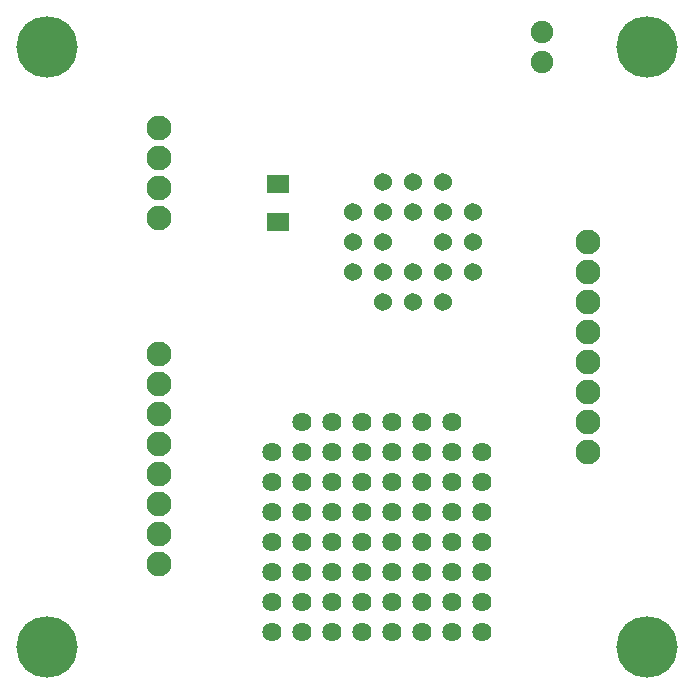
<source format=gts>
G04 Layer: TopSolderMaskLayer*
G04 Panelize: , Column: 2, Row: 2, Board Size: 58.42mm x 58.42mm, Panelized Board Size: 118.84mm x 118.84mm*
G04 EasyEDA v6.5.34, 2023-08-08 00:03:29*
G04 60ba9355530941958d7498b2467ee319,5a6b42c53f6a479593ecc07194224c93,10*
G04 Gerber Generator version 0.2*
G04 Scale: 100 percent, Rotated: No, Reflected: No *
G04 Dimensions in millimeters *
G04 leading zeros omitted , absolute positions ,4 integer and 5 decimal *
%FSLAX45Y45*%
%MOMM*%

%AMMACRO1*1,1,$1,$2,$3*1,1,$1,$4,$5*1,1,$1,0-$2,0-$3*1,1,$1,0-$4,0-$5*20,1,$1,$2,$3,$4,$5,0*20,1,$1,$4,$5,0-$2,0-$3,0*20,1,$1,0-$2,0-$3,0-$4,0-$5,0*20,1,$1,0-$4,0-$5,$2,$3,0*4,1,4,$2,$3,$4,$5,0-$2,0-$3,0-$4,0-$5,$2,$3,0*%
%ADD10MACRO1,0.1016X0.864X-0.7425X-0.864X-0.7425*%
%ADD11MACRO1,0.1016X0.864X0.7425X-0.864X0.7425*%
%ADD12C,1.5316*%
%ADD13C,5.2032*%
%ADD14C,1.9016*%
%ADD15C,2.1016*%
%ADD16C,1.6256*%

%LPD*%
D10*
G01*
X2336794Y4299442D03*
D11*
G01*
X2336794Y3980942D03*
D12*
G01*
X3479800Y4318000D03*
G01*
X3479800Y4064000D03*
G01*
X3225800Y4318000D03*
G01*
X2971800Y4064000D03*
G01*
X3225800Y4064000D03*
G01*
X2971800Y3810000D03*
G01*
X3225800Y3810000D03*
G01*
X2971800Y3556000D03*
G01*
X3225800Y3302000D03*
G01*
X3225800Y3556000D03*
G01*
X3479800Y3302000D03*
G01*
X3479800Y3556000D03*
G01*
X3733800Y3302000D03*
G01*
X3987800Y3556000D03*
G01*
X3733800Y3556000D03*
G01*
X3987800Y3810000D03*
G01*
X3733800Y3810000D03*
G01*
X3987800Y4064000D03*
G01*
X3733800Y4318000D03*
G01*
X3733800Y4064000D03*
D13*
G01*
X381000Y5461000D03*
G01*
X5461000Y5461000D03*
G01*
X5461000Y381000D03*
G01*
X381000Y381000D03*
D14*
G01*
X4572000Y5334000D03*
G01*
X4572000Y5588000D03*
D15*
G01*
X1329918Y4768875D03*
G01*
X1329918Y4514875D03*
G01*
X1329918Y4260875D03*
G01*
X1329918Y4006875D03*
G01*
X1329893Y2860268D03*
G01*
X1329893Y2606268D03*
G01*
X1329893Y2352268D03*
G01*
X1329893Y2098268D03*
G01*
X1329893Y1844268D03*
G01*
X1329893Y1590268D03*
G01*
X1329893Y1336268D03*
G01*
X1329893Y1082268D03*
G01*
X4956581Y3807205D03*
G01*
X4956581Y3553205D03*
G01*
X4956581Y3299205D03*
G01*
X4956581Y3045205D03*
G01*
X4956581Y2791205D03*
G01*
X4956581Y2537205D03*
G01*
X4956581Y2283205D03*
G01*
X4956581Y2029205D03*
D16*
G01*
X2540000Y2031898D03*
G01*
X2794000Y2031898D03*
G01*
X3048000Y2031898D03*
G01*
X2286000Y2031974D03*
G01*
X2540000Y1523974D03*
G01*
X2540000Y1777974D03*
G01*
X2794000Y1523974D03*
G01*
X2794000Y1777974D03*
G01*
X3048000Y1523974D03*
G01*
X3048000Y1777974D03*
G01*
X2286000Y1524050D03*
G01*
X2286000Y1777974D03*
G01*
X2540000Y1015898D03*
G01*
X2540000Y1269898D03*
G01*
X2794000Y1015898D03*
G01*
X2794000Y1269898D03*
G01*
X3048000Y1015898D03*
G01*
X3048000Y1269898D03*
G01*
X2286000Y1015974D03*
G01*
X2286000Y1269898D03*
G01*
X3302000Y1269923D03*
G01*
X3302000Y1016000D03*
G01*
X4064000Y1269923D03*
G01*
X4064000Y1015923D03*
G01*
X3810000Y1269923D03*
G01*
X3810000Y1015923D03*
G01*
X3556000Y1269923D03*
G01*
X3556000Y1015923D03*
G01*
X3302000Y1778000D03*
G01*
X3302000Y1524076D03*
G01*
X4064000Y1778000D03*
G01*
X4064000Y1524000D03*
G01*
X3810000Y1778000D03*
G01*
X3810000Y1524000D03*
G01*
X3556000Y1778000D03*
G01*
X3556000Y1524000D03*
G01*
X3302000Y2032000D03*
G01*
X4064000Y2031923D03*
G01*
X3810000Y2031923D03*
G01*
X3556000Y2031923D03*
G01*
X3556000Y508000D03*
G01*
X3810000Y508000D03*
G01*
X4064000Y508000D03*
G01*
X3302000Y508000D03*
G01*
X2286000Y508076D03*
G01*
X3048000Y508076D03*
G01*
X2794000Y508076D03*
G01*
X2540000Y508076D03*
G01*
X2540000Y762000D03*
G01*
X2794000Y762000D03*
G01*
X3048000Y762000D03*
G01*
X2286000Y762000D03*
G01*
X3302000Y761923D03*
G01*
X4064000Y761923D03*
G01*
X3810000Y761923D03*
G01*
X3556000Y761923D03*
G01*
X3556000Y2285923D03*
G01*
X3810000Y2285923D03*
G01*
X3302000Y2285923D03*
G01*
X3048000Y2286000D03*
G01*
X2794000Y2286000D03*
G01*
X2540000Y2286000D03*
M02*

</source>
